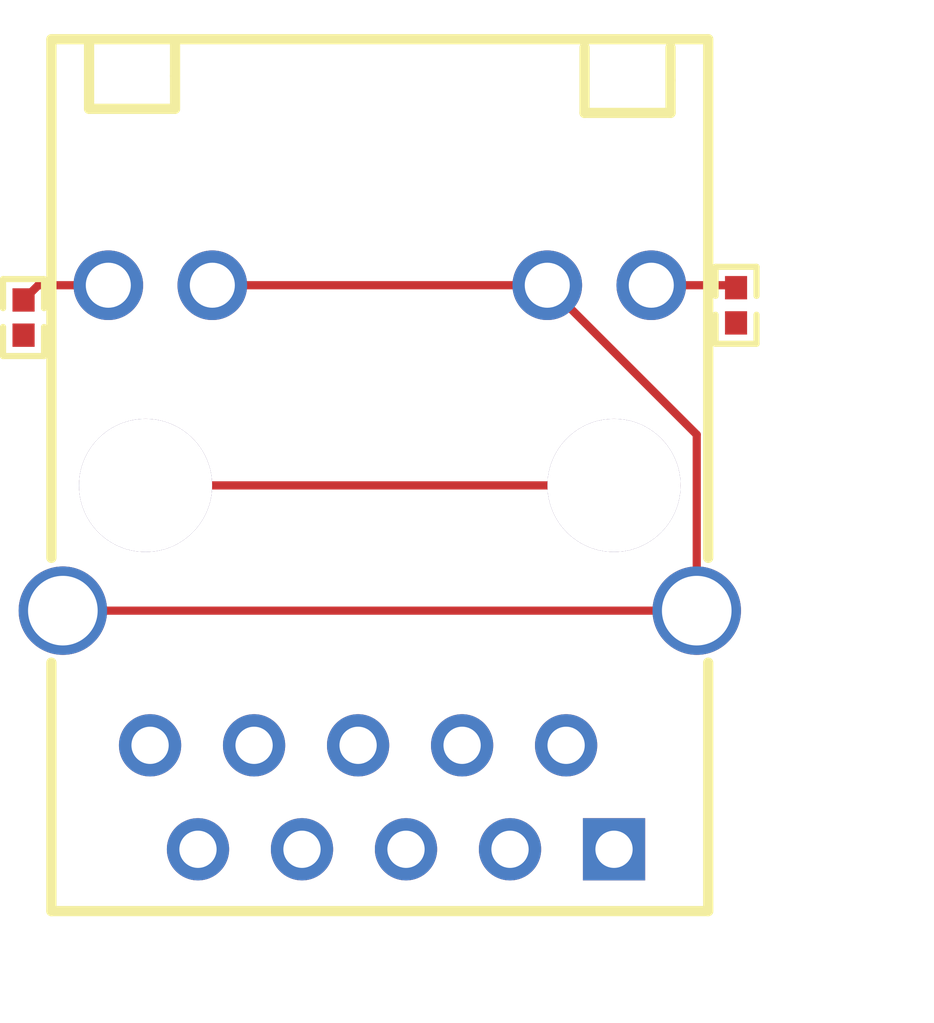
<source format=kicad_pcb>
(kicad_pcb (version 20241229) (generator "pcbnew") (generator_version "9.0")
  (layers (0 "F.Cu" signal) (2 "B.Cu" signal) (13 "F.Paste" user) (15 "B.Paste" user) (5 "F.SilkS" user "F.Silkscreen") (7 "B.SilkS" user "B.Silkscreen") (1 "F.Mask" user) (3 "B.Mask" user) (25 "Edge.Cuts" user))
  (net 0 "")
  (net 1 "net")
  (net 2 "ETH_P3_N")
  (net 3 "P10")
  (net 4 "ETH_P0_N")
  (net 5 "ETH_P1_P")
  (net 6 "ETH_P2_P")
  (net 7 "ETH_P3_P")
  (net 8 "ETH_P1_N")
  (net 9 "ETH_P0_P")
  (net 10 "ETH_P2_N")
  (net 11 "P1")
  (net 12 "_14")
  (net 13 "ETH_LED_LINK")
  (net 14 "_11")
  (net 15 "ETH_LED_SPEED")
  (net 16 "GND")
  (footprint "HANRUN_HR911130A:RJ45-TH_HR911130A" (layer "F.Cu") (at 152.2 91.5 0)
    (property "Reference" "U1" (hide yes))
    (property "Value" "")
    (fp_line (start -8.02 -12.9) (end 8.02 -12.9) (stroke (width 0.25)) (layer "F.SilkS"))
    (fp_line (start -8.02 -0.23) (end -8.02 -12.88) (stroke (width 0.25)) (layer "F.SilkS"))
    (fp_line (start -8.02 8.4) (end -8.02 2.33) (stroke (width 0.25)) (layer "F.SilkS"))
    (fp_line (start -7.1 -12.8) (end -7.1 -11.2) (stroke (width 0.25)) (layer "F.SilkS"))
    (fp_line (start -7.1 -11.2) (end -5 -11.2) (stroke (width 0.25)) (layer "F.SilkS"))
    (fp_line (start -5 -12) (end -5 -12.8) (stroke (width 0.25)) (layer "F.SilkS"))
    (fp_line (start -5 -11.2) (end -5 -12) (stroke (width 0.25)) (layer "F.SilkS"))
    (fp_line (start 5 -12.7) (end 5 -11.1) (stroke (width 0.25)) (layer "F.SilkS"))
    (fp_line (start 5 -11.1) (end 7.1 -11.1) (stroke (width 0.25)) (layer "F.SilkS"))
    (fp_line (start 7.1 -11.9) (end 7.1 -12.7) (stroke (width 0.25)) (layer "F.SilkS"))
    (fp_line (start 7.1 -11.1) (end 7.1 -11.9) (stroke (width 0.25)) (layer "F.SilkS"))
    (fp_line (start 8.02 -12.9) (end 8.02 -0.23) (stroke (width 0.25)) (layer "F.SilkS"))
    (fp_line (start 8.02 2.33) (end 8.02 8.4) (stroke (width 0.25)) (layer "F.SilkS"))
    (fp_line (start 8.02 8.4) (end -8.02 8.4) (stroke (width 0.25)) (layer "F.SilkS"))
    (pad "" thru_hole circle (at -5.72 -2 0) (size 3.25 3.25) (drill 3.25) (layers "*.Cu" "*.Mask") (net 1 "net"))
    (pad "" thru_hole circle (at 5.72 -2 0) (size 3.25 3.25) (drill 3.25) (layers "*.Cu" "*.Mask") (net 1 "net"))
    (pad "11" thru_hole circle (at 6.63 -6.89 180) (size 1.7 1.7) (drill 1.100023) (layers "*.Cu" "*.Mask") (net 14 "_11"))
    (pad "12" thru_hole circle (at 4.09 -6.89 180) (size 1.7 1.7) (drill 1.100023) (layers "*.Cu" "*.Mask") (net 16 "GND"))
    (pad "13" thru_hole circle (at -4.09 -6.89 180) (size 1.7 1.7) (drill 1.100023) (layers "*.Cu" "*.Mask") (net 16 "GND"))
    (pad "14" thru_hole circle (at -6.63 -6.89 180) (size 1.7 1.7) (drill 1.100023) (layers "*.Cu" "*.Mask") (net 12 "_14"))
    (pad "P1" thru_hole rect (at 5.72 6.89 180) (size 1.52 1.52) (drill 0.90998) (layers "*.Cu" "*.Mask") (net 11 "P1"))
    (pad "P2" thru_hole circle (at 4.55 4.35 180) (size 1.52 1.52) (drill 0.90998) (layers "*.Cu" "*.Mask") (net 9 "ETH_P0_P"))
    (pad "P3" thru_hole circle (at 3.18 6.89 180) (size 1.52 1.52) (drill 0.90998) (layers "*.Cu" "*.Mask") (net 4 "ETH_P0_N"))
    (pad "P4" thru_hole circle (at 2.01 4.35 180) (size 1.52 1.52) (drill 0.90998) (layers "*.Cu" "*.Mask") (net 5 "ETH_P1_P"))
    (pad "P5" thru_hole circle (at 0.64 6.89 180) (size 1.52 1.52) (drill 0.90998) (layers "*.Cu" "*.Mask") (net 6 "ETH_P2_P"))
    (pad "P6" thru_hole circle (at -0.53 4.35 180) (size 1.52 1.52) (drill 0.90998) (layers "*.Cu" "*.Mask") (net 10 "ETH_P2_N"))
    (pad "P7" thru_hole circle (at -1.9 6.89 180) (size 1.52 1.52) (drill 0.90998) (layers "*.Cu" "*.Mask") (net 8 "ETH_P1_N"))
    (pad "P8" thru_hole circle (at -3.07 4.35 180) (size 1.52 1.52) (drill 0.90998) (layers "*.Cu" "*.Mask") (net 7 "ETH_P3_P"))
    (pad "P9" thru_hole circle (at -4.44 6.89 180) (size 1.52 1.52) (drill 0.90998) (layers "*.Cu" "*.Mask") (net 2 "ETH_P3_N"))
    (pad "P10" thru_hole circle (at -5.61 4.35 180) (size 1.52 1.52) (drill 0.90998) (layers "*.Cu" "*.Mask") (net 3 "P10"))
    (pad "SHIELD0" thru_hole circle (at -7.74 1.06 180) (size 2.16 2.16) (drill 1.700022) (layers "*.Cu" "*.Mask") (net 16 "GND"))
    (pad "SHIELD1" thru_hole circle (at 7.74 1.06 180) (size 2.16 2.16) (drill 1.700022) (layers "*.Cu" "*.Mask") (net 16 "GND"))
  )
  (footprint "UNI_ROYAL_0402WGF4700TCE:R0402" (layer "F.Cu") (at 160.9 85.1 90)
    (property "Reference" "R2" (hide yes))
    (property "Value" "470Ω ±1% 62.5mW")
    (fp_line (start 0.94 -0.5) (end 0.23 -0.5) (stroke (width 0.15)) (layer "F.SilkS"))
    (fp_line (start -0.94 -0.5) (end -0.23 -0.5) (stroke (width 0.15)) (layer "F.SilkS"))
    (fp_line (start 0.94 0.5) (end 0.94 -0.5) (stroke (width 0.15)) (layer "F.SilkS"))
    (fp_line (start 0.23 0.5) (end 0.94 0.5) (stroke (width 0.15)) (layer "F.SilkS"))
    (fp_line (start -0.23 0.5) (end -0.94 0.5) (stroke (width 0.15)) (layer "F.SilkS"))
    (fp_line (start -0.94 0.5) (end -0.94 -0.5) (stroke (width 0.15)) (layer "F.SilkS"))
    (pad "1" smd rect (at -0.43 0 90) (size 0.57 0.54) (layers "F.Cu" "F.Mask" "F.Paste") (net 13 "ETH_LED_LINK"))
    (pad "2" smd rect (at 0.43 0 90) (size 0.57 0.54) (layers "F.Cu" "F.Mask" "F.Paste") (net 14 "_11"))
  )
  (footprint "UNI_ROYAL_0402WGF4700TCE:R0402" (layer "F.Cu") (at 143.5 85.4 90)
    (property "Reference" "R1" (hide yes))
    (property "Value" "470Ω ±1% 62.5mW")
    (fp_line (start 0.94 -0.5) (end 0.23 -0.5) (stroke (width 0.15)) (layer "F.SilkS"))
    (fp_line (start -0.94 -0.5) (end -0.23 -0.5) (stroke (width 0.15)) (layer "F.SilkS"))
    (fp_line (start 0.94 0.5) (end 0.94 -0.5) (stroke (width 0.15)) (layer "F.SilkS"))
    (fp_line (start 0.23 0.5) (end 0.94 0.5) (stroke (width 0.15)) (layer "F.SilkS"))
    (fp_line (start -0.23 0.5) (end -0.94 0.5) (stroke (width 0.15)) (layer "F.SilkS"))
    (fp_line (start -0.94 0.5) (end -0.94 -0.5) (stroke (width 0.15)) (layer "F.SilkS"))
    (pad "1" smd rect (at -0.43 0 90) (size 0.57 0.54) (layers "F.Cu" "F.Mask" "F.Paste") (net 15 "ETH_LED_SPEED"))
    (pad "2" smd rect (at 0.43 0 90) (size 0.57 0.54) (layers "F.Cu" "F.Mask" "F.Paste") (net 12 "_14"))
  )
  (segment (start 146.48 89.5) (end 157.92 89.5) (width 0.2) (net 1) (layer "F.Cu"))
  (segment (start 145.57 84.61) (end 143.86 84.61) (width 0.2) (net 12) (layer "F.Cu"))
  (segment (start 143.86 84.61) (end 143.5 84.97) (width 0.2) (net 12) (layer "F.Cu"))
  (segment (start 158.83 84.61) (end 160.84 84.61) (width 0.2) (net 14) (layer "F.Cu"))
  (segment (start 160.84 84.61) (end 160.9 84.67) (width 0.2) (net 14) (layer "F.Cu"))
  (segment (start 156.29 84.61) (end 159.94 88.26) (width 0.2) (net 16) (layer "F.Cu"))
  (segment (start 159.94 92.56) (end 144.46 92.56) (width 0.2) (net 16) (layer "F.Cu"))
  (segment (start 148.11 84.61) (end 156.29 84.61) (width 0.2) (net 16) (layer "F.Cu"))
  (segment (start 159.94 88.26) (end 159.94 92.56) (width 0.2) (net 16) (layer "F.Cu"))
)
</source>
